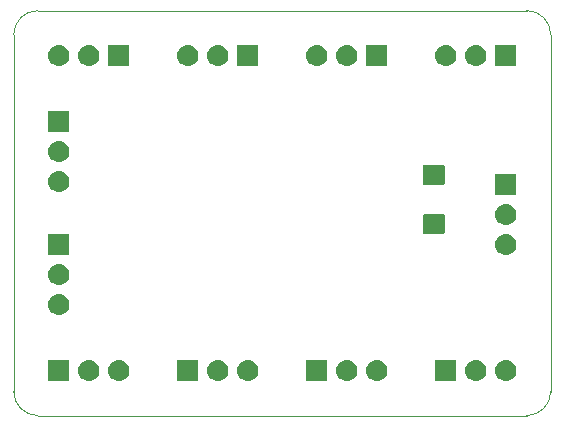
<source format=gbr>
G04 #@! TF.GenerationSoftware,KiCad,Pcbnew,5.1.4-e60b266~84~ubuntu18.04.1*
G04 #@! TF.CreationDate,2019-10-06T14:52:02-04:00*
G04 #@! TF.ProjectId,ds18b20,64733138-6232-4302-9e6b-696361645f70,rev?*
G04 #@! TF.SameCoordinates,Original*
G04 #@! TF.FileFunction,Soldermask,Top*
G04 #@! TF.FilePolarity,Negative*
%FSLAX46Y46*%
G04 Gerber Fmt 4.6, Leading zero omitted, Abs format (unit mm)*
G04 Created by KiCad (PCBNEW 5.1.4-e60b266~84~ubuntu18.04.1) date 2019-10-06 14:52:02*
%MOMM*%
%LPD*%
G04 APERTURE LIST*
%ADD10C,0.050000*%
%ADD11C,0.100000*%
G04 APERTURE END LIST*
D10*
X89154000Y-22860000D02*
G75*
G02X91186000Y-24892000I0J-2032000D01*
G01*
X91186000Y-55118000D02*
G75*
G02X89154000Y-57150000I-2032000J0D01*
G01*
X47752000Y-57150000D02*
G75*
G02X45720000Y-55118000I0J2032000D01*
G01*
X45720000Y-24892000D02*
G75*
G02X47752000Y-22860000I2032000J0D01*
G01*
X47752000Y-22860000D02*
X48260000Y-22860000D01*
X45720000Y-55118000D02*
X45720000Y-24892000D01*
X89154000Y-57150000D02*
X47752000Y-57150000D01*
X91186000Y-24892000D02*
X91186000Y-55118000D01*
X48260000Y-22860000D02*
X89154000Y-22860000D01*
D11*
G36*
X65642443Y-52445519D02*
G01*
X65708627Y-52452037D01*
X65878466Y-52503557D01*
X66034991Y-52587222D01*
X66070729Y-52616552D01*
X66172186Y-52699814D01*
X66255448Y-52801271D01*
X66284778Y-52837009D01*
X66368443Y-52993534D01*
X66419963Y-53163373D01*
X66437359Y-53340000D01*
X66419963Y-53516627D01*
X66368443Y-53686466D01*
X66284778Y-53842991D01*
X66255448Y-53878729D01*
X66172186Y-53980186D01*
X66070729Y-54063448D01*
X66034991Y-54092778D01*
X65878466Y-54176443D01*
X65708627Y-54227963D01*
X65642442Y-54234482D01*
X65576260Y-54241000D01*
X65487740Y-54241000D01*
X65421558Y-54234482D01*
X65355373Y-54227963D01*
X65185534Y-54176443D01*
X65029009Y-54092778D01*
X64993271Y-54063448D01*
X64891814Y-53980186D01*
X64808552Y-53878729D01*
X64779222Y-53842991D01*
X64695557Y-53686466D01*
X64644037Y-53516627D01*
X64626641Y-53340000D01*
X64644037Y-53163373D01*
X64695557Y-52993534D01*
X64779222Y-52837009D01*
X64808552Y-52801271D01*
X64891814Y-52699814D01*
X64993271Y-52616552D01*
X65029009Y-52587222D01*
X65185534Y-52503557D01*
X65355373Y-52452037D01*
X65421558Y-52445518D01*
X65487740Y-52439000D01*
X65576260Y-52439000D01*
X65642443Y-52445519D01*
X65642443Y-52445519D01*
G37*
G36*
X87486443Y-52445519D02*
G01*
X87552627Y-52452037D01*
X87722466Y-52503557D01*
X87878991Y-52587222D01*
X87914729Y-52616552D01*
X88016186Y-52699814D01*
X88099448Y-52801271D01*
X88128778Y-52837009D01*
X88212443Y-52993534D01*
X88263963Y-53163373D01*
X88281359Y-53340000D01*
X88263963Y-53516627D01*
X88212443Y-53686466D01*
X88128778Y-53842991D01*
X88099448Y-53878729D01*
X88016186Y-53980186D01*
X87914729Y-54063448D01*
X87878991Y-54092778D01*
X87722466Y-54176443D01*
X87552627Y-54227963D01*
X87486442Y-54234482D01*
X87420260Y-54241000D01*
X87331740Y-54241000D01*
X87265558Y-54234482D01*
X87199373Y-54227963D01*
X87029534Y-54176443D01*
X86873009Y-54092778D01*
X86837271Y-54063448D01*
X86735814Y-53980186D01*
X86652552Y-53878729D01*
X86623222Y-53842991D01*
X86539557Y-53686466D01*
X86488037Y-53516627D01*
X86470641Y-53340000D01*
X86488037Y-53163373D01*
X86539557Y-52993534D01*
X86623222Y-52837009D01*
X86652552Y-52801271D01*
X86735814Y-52699814D01*
X86837271Y-52616552D01*
X86873009Y-52587222D01*
X87029534Y-52503557D01*
X87199373Y-52452037D01*
X87265558Y-52445518D01*
X87331740Y-52439000D01*
X87420260Y-52439000D01*
X87486443Y-52445519D01*
X87486443Y-52445519D01*
G37*
G36*
X83197000Y-54241000D02*
G01*
X81395000Y-54241000D01*
X81395000Y-52439000D01*
X83197000Y-52439000D01*
X83197000Y-54241000D01*
X83197000Y-54241000D01*
G37*
G36*
X84946443Y-52445519D02*
G01*
X85012627Y-52452037D01*
X85182466Y-52503557D01*
X85338991Y-52587222D01*
X85374729Y-52616552D01*
X85476186Y-52699814D01*
X85559448Y-52801271D01*
X85588778Y-52837009D01*
X85672443Y-52993534D01*
X85723963Y-53163373D01*
X85741359Y-53340000D01*
X85723963Y-53516627D01*
X85672443Y-53686466D01*
X85588778Y-53842991D01*
X85559448Y-53878729D01*
X85476186Y-53980186D01*
X85374729Y-54063448D01*
X85338991Y-54092778D01*
X85182466Y-54176443D01*
X85012627Y-54227963D01*
X84946442Y-54234482D01*
X84880260Y-54241000D01*
X84791740Y-54241000D01*
X84725558Y-54234482D01*
X84659373Y-54227963D01*
X84489534Y-54176443D01*
X84333009Y-54092778D01*
X84297271Y-54063448D01*
X84195814Y-53980186D01*
X84112552Y-53878729D01*
X84083222Y-53842991D01*
X83999557Y-53686466D01*
X83948037Y-53516627D01*
X83930641Y-53340000D01*
X83948037Y-53163373D01*
X83999557Y-52993534D01*
X84083222Y-52837009D01*
X84112552Y-52801271D01*
X84195814Y-52699814D01*
X84297271Y-52616552D01*
X84333009Y-52587222D01*
X84489534Y-52503557D01*
X84659373Y-52452037D01*
X84725558Y-52445518D01*
X84791740Y-52439000D01*
X84880260Y-52439000D01*
X84946443Y-52445519D01*
X84946443Y-52445519D01*
G37*
G36*
X63102443Y-52445519D02*
G01*
X63168627Y-52452037D01*
X63338466Y-52503557D01*
X63494991Y-52587222D01*
X63530729Y-52616552D01*
X63632186Y-52699814D01*
X63715448Y-52801271D01*
X63744778Y-52837009D01*
X63828443Y-52993534D01*
X63879963Y-53163373D01*
X63897359Y-53340000D01*
X63879963Y-53516627D01*
X63828443Y-53686466D01*
X63744778Y-53842991D01*
X63715448Y-53878729D01*
X63632186Y-53980186D01*
X63530729Y-54063448D01*
X63494991Y-54092778D01*
X63338466Y-54176443D01*
X63168627Y-54227963D01*
X63102442Y-54234482D01*
X63036260Y-54241000D01*
X62947740Y-54241000D01*
X62881558Y-54234482D01*
X62815373Y-54227963D01*
X62645534Y-54176443D01*
X62489009Y-54092778D01*
X62453271Y-54063448D01*
X62351814Y-53980186D01*
X62268552Y-53878729D01*
X62239222Y-53842991D01*
X62155557Y-53686466D01*
X62104037Y-53516627D01*
X62086641Y-53340000D01*
X62104037Y-53163373D01*
X62155557Y-52993534D01*
X62239222Y-52837009D01*
X62268552Y-52801271D01*
X62351814Y-52699814D01*
X62453271Y-52616552D01*
X62489009Y-52587222D01*
X62645534Y-52503557D01*
X62815373Y-52452037D01*
X62881558Y-52445518D01*
X62947740Y-52439000D01*
X63036260Y-52439000D01*
X63102443Y-52445519D01*
X63102443Y-52445519D01*
G37*
G36*
X61353000Y-54241000D02*
G01*
X59551000Y-54241000D01*
X59551000Y-52439000D01*
X61353000Y-52439000D01*
X61353000Y-54241000D01*
X61353000Y-54241000D01*
G37*
G36*
X50431000Y-54241000D02*
G01*
X48629000Y-54241000D01*
X48629000Y-52439000D01*
X50431000Y-52439000D01*
X50431000Y-54241000D01*
X50431000Y-54241000D01*
G37*
G36*
X52180443Y-52445519D02*
G01*
X52246627Y-52452037D01*
X52416466Y-52503557D01*
X52572991Y-52587222D01*
X52608729Y-52616552D01*
X52710186Y-52699814D01*
X52793448Y-52801271D01*
X52822778Y-52837009D01*
X52906443Y-52993534D01*
X52957963Y-53163373D01*
X52975359Y-53340000D01*
X52957963Y-53516627D01*
X52906443Y-53686466D01*
X52822778Y-53842991D01*
X52793448Y-53878729D01*
X52710186Y-53980186D01*
X52608729Y-54063448D01*
X52572991Y-54092778D01*
X52416466Y-54176443D01*
X52246627Y-54227963D01*
X52180442Y-54234482D01*
X52114260Y-54241000D01*
X52025740Y-54241000D01*
X51959558Y-54234482D01*
X51893373Y-54227963D01*
X51723534Y-54176443D01*
X51567009Y-54092778D01*
X51531271Y-54063448D01*
X51429814Y-53980186D01*
X51346552Y-53878729D01*
X51317222Y-53842991D01*
X51233557Y-53686466D01*
X51182037Y-53516627D01*
X51164641Y-53340000D01*
X51182037Y-53163373D01*
X51233557Y-52993534D01*
X51317222Y-52837009D01*
X51346552Y-52801271D01*
X51429814Y-52699814D01*
X51531271Y-52616552D01*
X51567009Y-52587222D01*
X51723534Y-52503557D01*
X51893373Y-52452037D01*
X51959558Y-52445518D01*
X52025740Y-52439000D01*
X52114260Y-52439000D01*
X52180443Y-52445519D01*
X52180443Y-52445519D01*
G37*
G36*
X54720443Y-52445519D02*
G01*
X54786627Y-52452037D01*
X54956466Y-52503557D01*
X55112991Y-52587222D01*
X55148729Y-52616552D01*
X55250186Y-52699814D01*
X55333448Y-52801271D01*
X55362778Y-52837009D01*
X55446443Y-52993534D01*
X55497963Y-53163373D01*
X55515359Y-53340000D01*
X55497963Y-53516627D01*
X55446443Y-53686466D01*
X55362778Y-53842991D01*
X55333448Y-53878729D01*
X55250186Y-53980186D01*
X55148729Y-54063448D01*
X55112991Y-54092778D01*
X54956466Y-54176443D01*
X54786627Y-54227963D01*
X54720442Y-54234482D01*
X54654260Y-54241000D01*
X54565740Y-54241000D01*
X54499558Y-54234482D01*
X54433373Y-54227963D01*
X54263534Y-54176443D01*
X54107009Y-54092778D01*
X54071271Y-54063448D01*
X53969814Y-53980186D01*
X53886552Y-53878729D01*
X53857222Y-53842991D01*
X53773557Y-53686466D01*
X53722037Y-53516627D01*
X53704641Y-53340000D01*
X53722037Y-53163373D01*
X53773557Y-52993534D01*
X53857222Y-52837009D01*
X53886552Y-52801271D01*
X53969814Y-52699814D01*
X54071271Y-52616552D01*
X54107009Y-52587222D01*
X54263534Y-52503557D01*
X54433373Y-52452037D01*
X54499558Y-52445518D01*
X54565740Y-52439000D01*
X54654260Y-52439000D01*
X54720443Y-52445519D01*
X54720443Y-52445519D01*
G37*
G36*
X76564443Y-52445519D02*
G01*
X76630627Y-52452037D01*
X76800466Y-52503557D01*
X76956991Y-52587222D01*
X76992729Y-52616552D01*
X77094186Y-52699814D01*
X77177448Y-52801271D01*
X77206778Y-52837009D01*
X77290443Y-52993534D01*
X77341963Y-53163373D01*
X77359359Y-53340000D01*
X77341963Y-53516627D01*
X77290443Y-53686466D01*
X77206778Y-53842991D01*
X77177448Y-53878729D01*
X77094186Y-53980186D01*
X76992729Y-54063448D01*
X76956991Y-54092778D01*
X76800466Y-54176443D01*
X76630627Y-54227963D01*
X76564442Y-54234482D01*
X76498260Y-54241000D01*
X76409740Y-54241000D01*
X76343558Y-54234482D01*
X76277373Y-54227963D01*
X76107534Y-54176443D01*
X75951009Y-54092778D01*
X75915271Y-54063448D01*
X75813814Y-53980186D01*
X75730552Y-53878729D01*
X75701222Y-53842991D01*
X75617557Y-53686466D01*
X75566037Y-53516627D01*
X75548641Y-53340000D01*
X75566037Y-53163373D01*
X75617557Y-52993534D01*
X75701222Y-52837009D01*
X75730552Y-52801271D01*
X75813814Y-52699814D01*
X75915271Y-52616552D01*
X75951009Y-52587222D01*
X76107534Y-52503557D01*
X76277373Y-52452037D01*
X76343558Y-52445518D01*
X76409740Y-52439000D01*
X76498260Y-52439000D01*
X76564443Y-52445519D01*
X76564443Y-52445519D01*
G37*
G36*
X74024443Y-52445519D02*
G01*
X74090627Y-52452037D01*
X74260466Y-52503557D01*
X74416991Y-52587222D01*
X74452729Y-52616552D01*
X74554186Y-52699814D01*
X74637448Y-52801271D01*
X74666778Y-52837009D01*
X74750443Y-52993534D01*
X74801963Y-53163373D01*
X74819359Y-53340000D01*
X74801963Y-53516627D01*
X74750443Y-53686466D01*
X74666778Y-53842991D01*
X74637448Y-53878729D01*
X74554186Y-53980186D01*
X74452729Y-54063448D01*
X74416991Y-54092778D01*
X74260466Y-54176443D01*
X74090627Y-54227963D01*
X74024442Y-54234482D01*
X73958260Y-54241000D01*
X73869740Y-54241000D01*
X73803558Y-54234482D01*
X73737373Y-54227963D01*
X73567534Y-54176443D01*
X73411009Y-54092778D01*
X73375271Y-54063448D01*
X73273814Y-53980186D01*
X73190552Y-53878729D01*
X73161222Y-53842991D01*
X73077557Y-53686466D01*
X73026037Y-53516627D01*
X73008641Y-53340000D01*
X73026037Y-53163373D01*
X73077557Y-52993534D01*
X73161222Y-52837009D01*
X73190552Y-52801271D01*
X73273814Y-52699814D01*
X73375271Y-52616552D01*
X73411009Y-52587222D01*
X73567534Y-52503557D01*
X73737373Y-52452037D01*
X73803558Y-52445518D01*
X73869740Y-52439000D01*
X73958260Y-52439000D01*
X74024443Y-52445519D01*
X74024443Y-52445519D01*
G37*
G36*
X72275000Y-54241000D02*
G01*
X70473000Y-54241000D01*
X70473000Y-52439000D01*
X72275000Y-52439000D01*
X72275000Y-54241000D01*
X72275000Y-54241000D01*
G37*
G36*
X49640442Y-46857518D02*
G01*
X49706627Y-46864037D01*
X49876466Y-46915557D01*
X50032991Y-46999222D01*
X50068729Y-47028552D01*
X50170186Y-47111814D01*
X50253448Y-47213271D01*
X50282778Y-47249009D01*
X50366443Y-47405534D01*
X50417963Y-47575373D01*
X50435359Y-47752000D01*
X50417963Y-47928627D01*
X50366443Y-48098466D01*
X50282778Y-48254991D01*
X50253448Y-48290729D01*
X50170186Y-48392186D01*
X50068729Y-48475448D01*
X50032991Y-48504778D01*
X49876466Y-48588443D01*
X49706627Y-48639963D01*
X49640443Y-48646481D01*
X49574260Y-48653000D01*
X49485740Y-48653000D01*
X49419557Y-48646481D01*
X49353373Y-48639963D01*
X49183534Y-48588443D01*
X49027009Y-48504778D01*
X48991271Y-48475448D01*
X48889814Y-48392186D01*
X48806552Y-48290729D01*
X48777222Y-48254991D01*
X48693557Y-48098466D01*
X48642037Y-47928627D01*
X48624641Y-47752000D01*
X48642037Y-47575373D01*
X48693557Y-47405534D01*
X48777222Y-47249009D01*
X48806552Y-47213271D01*
X48889814Y-47111814D01*
X48991271Y-47028552D01*
X49027009Y-46999222D01*
X49183534Y-46915557D01*
X49353373Y-46864037D01*
X49419558Y-46857518D01*
X49485740Y-46851000D01*
X49574260Y-46851000D01*
X49640442Y-46857518D01*
X49640442Y-46857518D01*
G37*
G36*
X49640443Y-44317519D02*
G01*
X49706627Y-44324037D01*
X49876466Y-44375557D01*
X50032991Y-44459222D01*
X50068729Y-44488552D01*
X50170186Y-44571814D01*
X50253448Y-44673271D01*
X50282778Y-44709009D01*
X50366443Y-44865534D01*
X50417963Y-45035373D01*
X50435359Y-45212000D01*
X50417963Y-45388627D01*
X50366443Y-45558466D01*
X50282778Y-45714991D01*
X50253448Y-45750729D01*
X50170186Y-45852186D01*
X50068729Y-45935448D01*
X50032991Y-45964778D01*
X49876466Y-46048443D01*
X49706627Y-46099963D01*
X49640442Y-46106482D01*
X49574260Y-46113000D01*
X49485740Y-46113000D01*
X49419558Y-46106482D01*
X49353373Y-46099963D01*
X49183534Y-46048443D01*
X49027009Y-45964778D01*
X48991271Y-45935448D01*
X48889814Y-45852186D01*
X48806552Y-45750729D01*
X48777222Y-45714991D01*
X48693557Y-45558466D01*
X48642037Y-45388627D01*
X48624641Y-45212000D01*
X48642037Y-45035373D01*
X48693557Y-44865534D01*
X48777222Y-44709009D01*
X48806552Y-44673271D01*
X48889814Y-44571814D01*
X48991271Y-44488552D01*
X49027009Y-44459222D01*
X49183534Y-44375557D01*
X49353373Y-44324037D01*
X49419557Y-44317519D01*
X49485740Y-44311000D01*
X49574260Y-44311000D01*
X49640443Y-44317519D01*
X49640443Y-44317519D01*
G37*
G36*
X87486443Y-41777519D02*
G01*
X87552627Y-41784037D01*
X87722466Y-41835557D01*
X87878991Y-41919222D01*
X87914729Y-41948552D01*
X88016186Y-42031814D01*
X88099448Y-42133271D01*
X88128778Y-42169009D01*
X88212443Y-42325534D01*
X88263963Y-42495373D01*
X88281359Y-42672000D01*
X88263963Y-42848627D01*
X88212443Y-43018466D01*
X88128778Y-43174991D01*
X88099448Y-43210729D01*
X88016186Y-43312186D01*
X87914729Y-43395448D01*
X87878991Y-43424778D01*
X87722466Y-43508443D01*
X87552627Y-43559963D01*
X87486443Y-43566481D01*
X87420260Y-43573000D01*
X87331740Y-43573000D01*
X87265557Y-43566481D01*
X87199373Y-43559963D01*
X87029534Y-43508443D01*
X86873009Y-43424778D01*
X86837271Y-43395448D01*
X86735814Y-43312186D01*
X86652552Y-43210729D01*
X86623222Y-43174991D01*
X86539557Y-43018466D01*
X86488037Y-42848627D01*
X86470641Y-42672000D01*
X86488037Y-42495373D01*
X86539557Y-42325534D01*
X86623222Y-42169009D01*
X86652552Y-42133271D01*
X86735814Y-42031814D01*
X86837271Y-41948552D01*
X86873009Y-41919222D01*
X87029534Y-41835557D01*
X87199373Y-41784037D01*
X87265557Y-41777519D01*
X87331740Y-41771000D01*
X87420260Y-41771000D01*
X87486443Y-41777519D01*
X87486443Y-41777519D01*
G37*
G36*
X50431000Y-43573000D02*
G01*
X48629000Y-43573000D01*
X48629000Y-41771000D01*
X50431000Y-41771000D01*
X50431000Y-43573000D01*
X50431000Y-43573000D01*
G37*
G36*
X82085297Y-40115068D02*
G01*
X82119109Y-40125325D01*
X82150279Y-40141986D01*
X82177596Y-40164404D01*
X82200014Y-40191721D01*
X82216675Y-40222891D01*
X82226932Y-40256703D01*
X82231000Y-40298012D01*
X82231000Y-41600988D01*
X82226932Y-41642297D01*
X82216675Y-41676109D01*
X82200014Y-41707279D01*
X82177596Y-41734596D01*
X82150279Y-41757014D01*
X82119109Y-41773675D01*
X82085297Y-41783932D01*
X82043988Y-41788000D01*
X80516012Y-41788000D01*
X80474703Y-41783932D01*
X80440891Y-41773675D01*
X80409721Y-41757014D01*
X80382404Y-41734596D01*
X80359986Y-41707279D01*
X80343325Y-41676109D01*
X80333068Y-41642297D01*
X80329000Y-41600988D01*
X80329000Y-40298012D01*
X80333068Y-40256703D01*
X80343325Y-40222891D01*
X80359986Y-40191721D01*
X80382404Y-40164404D01*
X80409721Y-40141986D01*
X80440891Y-40125325D01*
X80474703Y-40115068D01*
X80516012Y-40111000D01*
X82043988Y-40111000D01*
X82085297Y-40115068D01*
X82085297Y-40115068D01*
G37*
G36*
X87486443Y-39237519D02*
G01*
X87552627Y-39244037D01*
X87722466Y-39295557D01*
X87878991Y-39379222D01*
X87914729Y-39408552D01*
X88016186Y-39491814D01*
X88099448Y-39593271D01*
X88128778Y-39629009D01*
X88212443Y-39785534D01*
X88263963Y-39955373D01*
X88281359Y-40132000D01*
X88263963Y-40308627D01*
X88212443Y-40478466D01*
X88128778Y-40634991D01*
X88099448Y-40670729D01*
X88016186Y-40772186D01*
X87914729Y-40855448D01*
X87878991Y-40884778D01*
X87722466Y-40968443D01*
X87552627Y-41019963D01*
X87486443Y-41026481D01*
X87420260Y-41033000D01*
X87331740Y-41033000D01*
X87265557Y-41026481D01*
X87199373Y-41019963D01*
X87029534Y-40968443D01*
X86873009Y-40884778D01*
X86837271Y-40855448D01*
X86735814Y-40772186D01*
X86652552Y-40670729D01*
X86623222Y-40634991D01*
X86539557Y-40478466D01*
X86488037Y-40308627D01*
X86470641Y-40132000D01*
X86488037Y-39955373D01*
X86539557Y-39785534D01*
X86623222Y-39629009D01*
X86652552Y-39593271D01*
X86735814Y-39491814D01*
X86837271Y-39408552D01*
X86873009Y-39379222D01*
X87029534Y-39295557D01*
X87199373Y-39244037D01*
X87265557Y-39237519D01*
X87331740Y-39231000D01*
X87420260Y-39231000D01*
X87486443Y-39237519D01*
X87486443Y-39237519D01*
G37*
G36*
X88277000Y-38493000D02*
G01*
X86475000Y-38493000D01*
X86475000Y-36691000D01*
X88277000Y-36691000D01*
X88277000Y-38493000D01*
X88277000Y-38493000D01*
G37*
G36*
X49640442Y-36443518D02*
G01*
X49706627Y-36450037D01*
X49876466Y-36501557D01*
X50032991Y-36585222D01*
X50068729Y-36614552D01*
X50170186Y-36697814D01*
X50253448Y-36799271D01*
X50282778Y-36835009D01*
X50366443Y-36991534D01*
X50417963Y-37161373D01*
X50435359Y-37338000D01*
X50417963Y-37514627D01*
X50366443Y-37684466D01*
X50282778Y-37840991D01*
X50253448Y-37876729D01*
X50170186Y-37978186D01*
X50068729Y-38061448D01*
X50032991Y-38090778D01*
X49876466Y-38174443D01*
X49706627Y-38225963D01*
X49640443Y-38232481D01*
X49574260Y-38239000D01*
X49485740Y-38239000D01*
X49419557Y-38232481D01*
X49353373Y-38225963D01*
X49183534Y-38174443D01*
X49027009Y-38090778D01*
X48991271Y-38061448D01*
X48889814Y-37978186D01*
X48806552Y-37876729D01*
X48777222Y-37840991D01*
X48693557Y-37684466D01*
X48642037Y-37514627D01*
X48624641Y-37338000D01*
X48642037Y-37161373D01*
X48693557Y-36991534D01*
X48777222Y-36835009D01*
X48806552Y-36799271D01*
X48889814Y-36697814D01*
X48991271Y-36614552D01*
X49027009Y-36585222D01*
X49183534Y-36501557D01*
X49353373Y-36450037D01*
X49419558Y-36443518D01*
X49485740Y-36437000D01*
X49574260Y-36437000D01*
X49640442Y-36443518D01*
X49640442Y-36443518D01*
G37*
G36*
X82085297Y-35940068D02*
G01*
X82119109Y-35950325D01*
X82150279Y-35966986D01*
X82177596Y-35989404D01*
X82200014Y-36016721D01*
X82216675Y-36047891D01*
X82226932Y-36081703D01*
X82231000Y-36123012D01*
X82231000Y-37425988D01*
X82226932Y-37467297D01*
X82216675Y-37501109D01*
X82200014Y-37532279D01*
X82177596Y-37559596D01*
X82150279Y-37582014D01*
X82119109Y-37598675D01*
X82085297Y-37608932D01*
X82043988Y-37613000D01*
X80516012Y-37613000D01*
X80474703Y-37608932D01*
X80440891Y-37598675D01*
X80409721Y-37582014D01*
X80382404Y-37559596D01*
X80359986Y-37532279D01*
X80343325Y-37501109D01*
X80333068Y-37467297D01*
X80329000Y-37425988D01*
X80329000Y-36123012D01*
X80333068Y-36081703D01*
X80343325Y-36047891D01*
X80359986Y-36016721D01*
X80382404Y-35989404D01*
X80409721Y-35966986D01*
X80440891Y-35950325D01*
X80474703Y-35940068D01*
X80516012Y-35936000D01*
X82043988Y-35936000D01*
X82085297Y-35940068D01*
X82085297Y-35940068D01*
G37*
G36*
X49640443Y-33903519D02*
G01*
X49706627Y-33910037D01*
X49876466Y-33961557D01*
X50032991Y-34045222D01*
X50068729Y-34074552D01*
X50170186Y-34157814D01*
X50253448Y-34259271D01*
X50282778Y-34295009D01*
X50366443Y-34451534D01*
X50417963Y-34621373D01*
X50435359Y-34798000D01*
X50417963Y-34974627D01*
X50366443Y-35144466D01*
X50282778Y-35300991D01*
X50253448Y-35336729D01*
X50170186Y-35438186D01*
X50068729Y-35521448D01*
X50032991Y-35550778D01*
X49876466Y-35634443D01*
X49706627Y-35685963D01*
X49640442Y-35692482D01*
X49574260Y-35699000D01*
X49485740Y-35699000D01*
X49419558Y-35692482D01*
X49353373Y-35685963D01*
X49183534Y-35634443D01*
X49027009Y-35550778D01*
X48991271Y-35521448D01*
X48889814Y-35438186D01*
X48806552Y-35336729D01*
X48777222Y-35300991D01*
X48693557Y-35144466D01*
X48642037Y-34974627D01*
X48624641Y-34798000D01*
X48642037Y-34621373D01*
X48693557Y-34451534D01*
X48777222Y-34295009D01*
X48806552Y-34259271D01*
X48889814Y-34157814D01*
X48991271Y-34074552D01*
X49027009Y-34045222D01*
X49183534Y-33961557D01*
X49353373Y-33910037D01*
X49419557Y-33903519D01*
X49485740Y-33897000D01*
X49574260Y-33897000D01*
X49640443Y-33903519D01*
X49640443Y-33903519D01*
G37*
G36*
X50431000Y-33159000D02*
G01*
X48629000Y-33159000D01*
X48629000Y-31357000D01*
X50431000Y-31357000D01*
X50431000Y-33159000D01*
X50431000Y-33159000D01*
G37*
G36*
X66433000Y-27571000D02*
G01*
X64631000Y-27571000D01*
X64631000Y-25769000D01*
X66433000Y-25769000D01*
X66433000Y-27571000D01*
X66433000Y-27571000D01*
G37*
G36*
X63102442Y-25775518D02*
G01*
X63168627Y-25782037D01*
X63338466Y-25833557D01*
X63494991Y-25917222D01*
X63530729Y-25946552D01*
X63632186Y-26029814D01*
X63715448Y-26131271D01*
X63744778Y-26167009D01*
X63828443Y-26323534D01*
X63879963Y-26493373D01*
X63897359Y-26670000D01*
X63879963Y-26846627D01*
X63828443Y-27016466D01*
X63744778Y-27172991D01*
X63715448Y-27208729D01*
X63632186Y-27310186D01*
X63530729Y-27393448D01*
X63494991Y-27422778D01*
X63338466Y-27506443D01*
X63168627Y-27557963D01*
X63102442Y-27564482D01*
X63036260Y-27571000D01*
X62947740Y-27571000D01*
X62881558Y-27564482D01*
X62815373Y-27557963D01*
X62645534Y-27506443D01*
X62489009Y-27422778D01*
X62453271Y-27393448D01*
X62351814Y-27310186D01*
X62268552Y-27208729D01*
X62239222Y-27172991D01*
X62155557Y-27016466D01*
X62104037Y-26846627D01*
X62086641Y-26670000D01*
X62104037Y-26493373D01*
X62155557Y-26323534D01*
X62239222Y-26167009D01*
X62268552Y-26131271D01*
X62351814Y-26029814D01*
X62453271Y-25946552D01*
X62489009Y-25917222D01*
X62645534Y-25833557D01*
X62815373Y-25782037D01*
X62881557Y-25775519D01*
X62947740Y-25769000D01*
X63036260Y-25769000D01*
X63102442Y-25775518D01*
X63102442Y-25775518D01*
G37*
G36*
X55511000Y-27571000D02*
G01*
X53709000Y-27571000D01*
X53709000Y-25769000D01*
X55511000Y-25769000D01*
X55511000Y-27571000D01*
X55511000Y-27571000D01*
G37*
G36*
X52180442Y-25775518D02*
G01*
X52246627Y-25782037D01*
X52416466Y-25833557D01*
X52572991Y-25917222D01*
X52608729Y-25946552D01*
X52710186Y-26029814D01*
X52793448Y-26131271D01*
X52822778Y-26167009D01*
X52906443Y-26323534D01*
X52957963Y-26493373D01*
X52975359Y-26670000D01*
X52957963Y-26846627D01*
X52906443Y-27016466D01*
X52822778Y-27172991D01*
X52793448Y-27208729D01*
X52710186Y-27310186D01*
X52608729Y-27393448D01*
X52572991Y-27422778D01*
X52416466Y-27506443D01*
X52246627Y-27557963D01*
X52180442Y-27564482D01*
X52114260Y-27571000D01*
X52025740Y-27571000D01*
X51959558Y-27564482D01*
X51893373Y-27557963D01*
X51723534Y-27506443D01*
X51567009Y-27422778D01*
X51531271Y-27393448D01*
X51429814Y-27310186D01*
X51346552Y-27208729D01*
X51317222Y-27172991D01*
X51233557Y-27016466D01*
X51182037Y-26846627D01*
X51164641Y-26670000D01*
X51182037Y-26493373D01*
X51233557Y-26323534D01*
X51317222Y-26167009D01*
X51346552Y-26131271D01*
X51429814Y-26029814D01*
X51531271Y-25946552D01*
X51567009Y-25917222D01*
X51723534Y-25833557D01*
X51893373Y-25782037D01*
X51959557Y-25775519D01*
X52025740Y-25769000D01*
X52114260Y-25769000D01*
X52180442Y-25775518D01*
X52180442Y-25775518D01*
G37*
G36*
X49640442Y-25775518D02*
G01*
X49706627Y-25782037D01*
X49876466Y-25833557D01*
X50032991Y-25917222D01*
X50068729Y-25946552D01*
X50170186Y-26029814D01*
X50253448Y-26131271D01*
X50282778Y-26167009D01*
X50366443Y-26323534D01*
X50417963Y-26493373D01*
X50435359Y-26670000D01*
X50417963Y-26846627D01*
X50366443Y-27016466D01*
X50282778Y-27172991D01*
X50253448Y-27208729D01*
X50170186Y-27310186D01*
X50068729Y-27393448D01*
X50032991Y-27422778D01*
X49876466Y-27506443D01*
X49706627Y-27557963D01*
X49640442Y-27564482D01*
X49574260Y-27571000D01*
X49485740Y-27571000D01*
X49419558Y-27564482D01*
X49353373Y-27557963D01*
X49183534Y-27506443D01*
X49027009Y-27422778D01*
X48991271Y-27393448D01*
X48889814Y-27310186D01*
X48806552Y-27208729D01*
X48777222Y-27172991D01*
X48693557Y-27016466D01*
X48642037Y-26846627D01*
X48624641Y-26670000D01*
X48642037Y-26493373D01*
X48693557Y-26323534D01*
X48777222Y-26167009D01*
X48806552Y-26131271D01*
X48889814Y-26029814D01*
X48991271Y-25946552D01*
X49027009Y-25917222D01*
X49183534Y-25833557D01*
X49353373Y-25782037D01*
X49419557Y-25775519D01*
X49485740Y-25769000D01*
X49574260Y-25769000D01*
X49640442Y-25775518D01*
X49640442Y-25775518D01*
G37*
G36*
X71484442Y-25775518D02*
G01*
X71550627Y-25782037D01*
X71720466Y-25833557D01*
X71876991Y-25917222D01*
X71912729Y-25946552D01*
X72014186Y-26029814D01*
X72097448Y-26131271D01*
X72126778Y-26167009D01*
X72210443Y-26323534D01*
X72261963Y-26493373D01*
X72279359Y-26670000D01*
X72261963Y-26846627D01*
X72210443Y-27016466D01*
X72126778Y-27172991D01*
X72097448Y-27208729D01*
X72014186Y-27310186D01*
X71912729Y-27393448D01*
X71876991Y-27422778D01*
X71720466Y-27506443D01*
X71550627Y-27557963D01*
X71484442Y-27564482D01*
X71418260Y-27571000D01*
X71329740Y-27571000D01*
X71263558Y-27564482D01*
X71197373Y-27557963D01*
X71027534Y-27506443D01*
X70871009Y-27422778D01*
X70835271Y-27393448D01*
X70733814Y-27310186D01*
X70650552Y-27208729D01*
X70621222Y-27172991D01*
X70537557Y-27016466D01*
X70486037Y-26846627D01*
X70468641Y-26670000D01*
X70486037Y-26493373D01*
X70537557Y-26323534D01*
X70621222Y-26167009D01*
X70650552Y-26131271D01*
X70733814Y-26029814D01*
X70835271Y-25946552D01*
X70871009Y-25917222D01*
X71027534Y-25833557D01*
X71197373Y-25782037D01*
X71263557Y-25775519D01*
X71329740Y-25769000D01*
X71418260Y-25769000D01*
X71484442Y-25775518D01*
X71484442Y-25775518D01*
G37*
G36*
X74024442Y-25775518D02*
G01*
X74090627Y-25782037D01*
X74260466Y-25833557D01*
X74416991Y-25917222D01*
X74452729Y-25946552D01*
X74554186Y-26029814D01*
X74637448Y-26131271D01*
X74666778Y-26167009D01*
X74750443Y-26323534D01*
X74801963Y-26493373D01*
X74819359Y-26670000D01*
X74801963Y-26846627D01*
X74750443Y-27016466D01*
X74666778Y-27172991D01*
X74637448Y-27208729D01*
X74554186Y-27310186D01*
X74452729Y-27393448D01*
X74416991Y-27422778D01*
X74260466Y-27506443D01*
X74090627Y-27557963D01*
X74024442Y-27564482D01*
X73958260Y-27571000D01*
X73869740Y-27571000D01*
X73803558Y-27564482D01*
X73737373Y-27557963D01*
X73567534Y-27506443D01*
X73411009Y-27422778D01*
X73375271Y-27393448D01*
X73273814Y-27310186D01*
X73190552Y-27208729D01*
X73161222Y-27172991D01*
X73077557Y-27016466D01*
X73026037Y-26846627D01*
X73008641Y-26670000D01*
X73026037Y-26493373D01*
X73077557Y-26323534D01*
X73161222Y-26167009D01*
X73190552Y-26131271D01*
X73273814Y-26029814D01*
X73375271Y-25946552D01*
X73411009Y-25917222D01*
X73567534Y-25833557D01*
X73737373Y-25782037D01*
X73803557Y-25775519D01*
X73869740Y-25769000D01*
X73958260Y-25769000D01*
X74024442Y-25775518D01*
X74024442Y-25775518D01*
G37*
G36*
X77355000Y-27571000D02*
G01*
X75553000Y-27571000D01*
X75553000Y-25769000D01*
X77355000Y-25769000D01*
X77355000Y-27571000D01*
X77355000Y-27571000D01*
G37*
G36*
X82406442Y-25775518D02*
G01*
X82472627Y-25782037D01*
X82642466Y-25833557D01*
X82798991Y-25917222D01*
X82834729Y-25946552D01*
X82936186Y-26029814D01*
X83019448Y-26131271D01*
X83048778Y-26167009D01*
X83132443Y-26323534D01*
X83183963Y-26493373D01*
X83201359Y-26670000D01*
X83183963Y-26846627D01*
X83132443Y-27016466D01*
X83048778Y-27172991D01*
X83019448Y-27208729D01*
X82936186Y-27310186D01*
X82834729Y-27393448D01*
X82798991Y-27422778D01*
X82642466Y-27506443D01*
X82472627Y-27557963D01*
X82406442Y-27564482D01*
X82340260Y-27571000D01*
X82251740Y-27571000D01*
X82185558Y-27564482D01*
X82119373Y-27557963D01*
X81949534Y-27506443D01*
X81793009Y-27422778D01*
X81757271Y-27393448D01*
X81655814Y-27310186D01*
X81572552Y-27208729D01*
X81543222Y-27172991D01*
X81459557Y-27016466D01*
X81408037Y-26846627D01*
X81390641Y-26670000D01*
X81408037Y-26493373D01*
X81459557Y-26323534D01*
X81543222Y-26167009D01*
X81572552Y-26131271D01*
X81655814Y-26029814D01*
X81757271Y-25946552D01*
X81793009Y-25917222D01*
X81949534Y-25833557D01*
X82119373Y-25782037D01*
X82185557Y-25775519D01*
X82251740Y-25769000D01*
X82340260Y-25769000D01*
X82406442Y-25775518D01*
X82406442Y-25775518D01*
G37*
G36*
X84946442Y-25775518D02*
G01*
X85012627Y-25782037D01*
X85182466Y-25833557D01*
X85338991Y-25917222D01*
X85374729Y-25946552D01*
X85476186Y-26029814D01*
X85559448Y-26131271D01*
X85588778Y-26167009D01*
X85672443Y-26323534D01*
X85723963Y-26493373D01*
X85741359Y-26670000D01*
X85723963Y-26846627D01*
X85672443Y-27016466D01*
X85588778Y-27172991D01*
X85559448Y-27208729D01*
X85476186Y-27310186D01*
X85374729Y-27393448D01*
X85338991Y-27422778D01*
X85182466Y-27506443D01*
X85012627Y-27557963D01*
X84946442Y-27564482D01*
X84880260Y-27571000D01*
X84791740Y-27571000D01*
X84725558Y-27564482D01*
X84659373Y-27557963D01*
X84489534Y-27506443D01*
X84333009Y-27422778D01*
X84297271Y-27393448D01*
X84195814Y-27310186D01*
X84112552Y-27208729D01*
X84083222Y-27172991D01*
X83999557Y-27016466D01*
X83948037Y-26846627D01*
X83930641Y-26670000D01*
X83948037Y-26493373D01*
X83999557Y-26323534D01*
X84083222Y-26167009D01*
X84112552Y-26131271D01*
X84195814Y-26029814D01*
X84297271Y-25946552D01*
X84333009Y-25917222D01*
X84489534Y-25833557D01*
X84659373Y-25782037D01*
X84725557Y-25775519D01*
X84791740Y-25769000D01*
X84880260Y-25769000D01*
X84946442Y-25775518D01*
X84946442Y-25775518D01*
G37*
G36*
X88277000Y-27571000D02*
G01*
X86475000Y-27571000D01*
X86475000Y-25769000D01*
X88277000Y-25769000D01*
X88277000Y-27571000D01*
X88277000Y-27571000D01*
G37*
G36*
X60562442Y-25775518D02*
G01*
X60628627Y-25782037D01*
X60798466Y-25833557D01*
X60954991Y-25917222D01*
X60990729Y-25946552D01*
X61092186Y-26029814D01*
X61175448Y-26131271D01*
X61204778Y-26167009D01*
X61288443Y-26323534D01*
X61339963Y-26493373D01*
X61357359Y-26670000D01*
X61339963Y-26846627D01*
X61288443Y-27016466D01*
X61204778Y-27172991D01*
X61175448Y-27208729D01*
X61092186Y-27310186D01*
X60990729Y-27393448D01*
X60954991Y-27422778D01*
X60798466Y-27506443D01*
X60628627Y-27557963D01*
X60562442Y-27564482D01*
X60496260Y-27571000D01*
X60407740Y-27571000D01*
X60341558Y-27564482D01*
X60275373Y-27557963D01*
X60105534Y-27506443D01*
X59949009Y-27422778D01*
X59913271Y-27393448D01*
X59811814Y-27310186D01*
X59728552Y-27208729D01*
X59699222Y-27172991D01*
X59615557Y-27016466D01*
X59564037Y-26846627D01*
X59546641Y-26670000D01*
X59564037Y-26493373D01*
X59615557Y-26323534D01*
X59699222Y-26167009D01*
X59728552Y-26131271D01*
X59811814Y-26029814D01*
X59913271Y-25946552D01*
X59949009Y-25917222D01*
X60105534Y-25833557D01*
X60275373Y-25782037D01*
X60341557Y-25775519D01*
X60407740Y-25769000D01*
X60496260Y-25769000D01*
X60562442Y-25775518D01*
X60562442Y-25775518D01*
G37*
M02*

</source>
